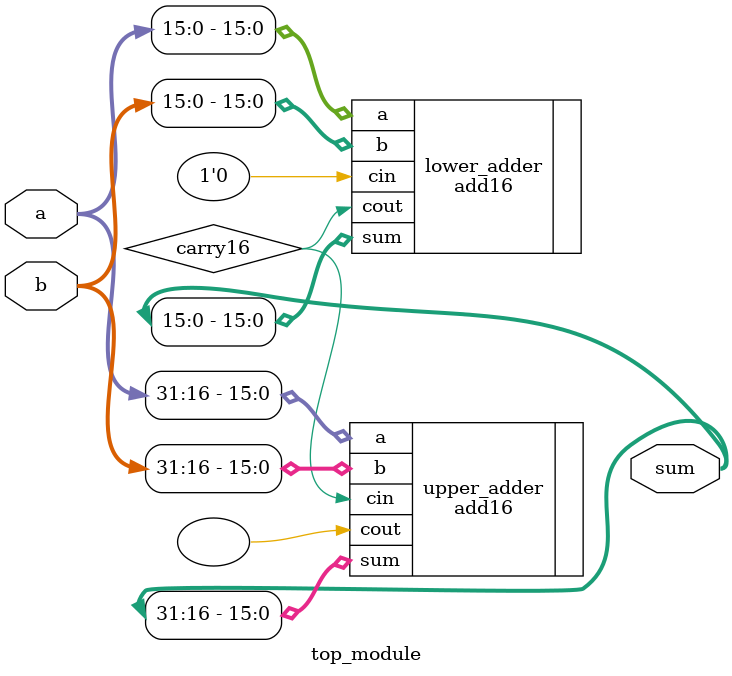
<source format=v>
module top_module (
    input [31:0] a,
    input [31:0] b,
    output [31:0] sum
);
    wire carry16;

    // Instantiate two 16-bit adders
    add16 lower_adder (
        .a(a[15:0]),
        .b(b[15:0]),
        .cin(1'b0),
        .sum(sum[15:0]),
        .cout(carry16)
    );

    add16 upper_adder (
        .a(a[31:16]),
        .b(b[31:16]),
        .cin(carry16),
        .sum(sum[31:16]),
        .cout() // Ignore carry-out
    );
endmodule
</source>
